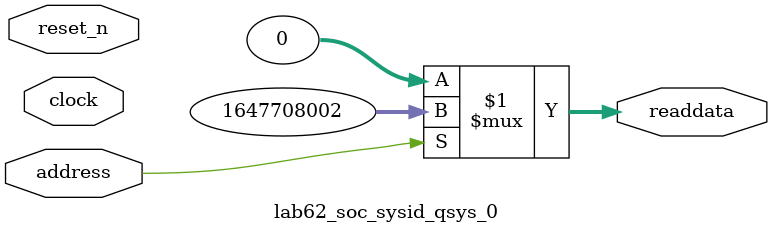
<source format=v>



// synthesis translate_off
`timescale 1ns / 1ps
// synthesis translate_on

// turn off superfluous verilog processor warnings 
// altera message_level Level1 
// altera message_off 10034 10035 10036 10037 10230 10240 10030 

module lab62_soc_sysid_qsys_0 (
               // inputs:
                address,
                clock,
                reset_n,

               // outputs:
                readdata
             )
;

  output  [ 31: 0] readdata;
  input            address;
  input            clock;
  input            reset_n;

  wire    [ 31: 0] readdata;
  //control_slave, which is an e_avalon_slave
  assign readdata = address ? 1647708002 : 0;

endmodule



</source>
